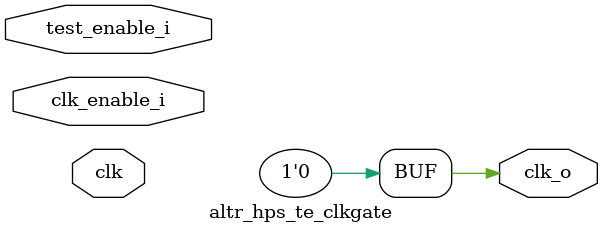
<source format=v>
module altr_hps_te_clkgate(	// file.cleaned.mlir:2:3
  input  clk,	// file.cleaned.mlir:2:37
         clk_enable_i,	// file.cleaned.mlir:2:51
         test_enable_i,	// file.cleaned.mlir:2:74
  output clk_o	// file.cleaned.mlir:2:99
);

  assign clk_o = 1'h0;	// file.cleaned.mlir:3:14, :4:5
endmodule


</source>
